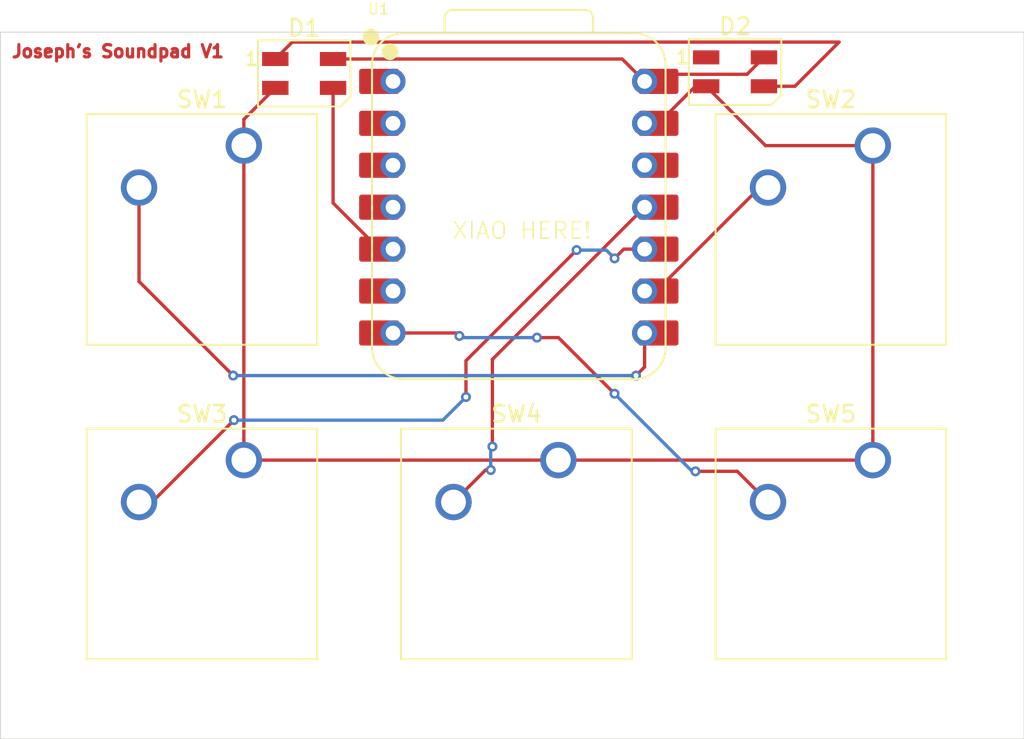
<source format=kicad_pcb>
(kicad_pcb (version 20241229) (generator "pcbnew") (generator_version "9.0")
  (layers (0 "F.Cu" signal) (2 "B.Cu" signal) (13 "F.Paste" user) (15 "B.Paste" user) (5 "F.SilkS" user "F.Silkscreen") (7 "B.SilkS" user "B.Silkscreen") (1 "F.Mask" user) (3 "B.Mask" user) (25 "Edge.Cuts" user))
  (net 0 "")
  (net 1 "+5V")
  (net 2 "GND")
  (net 3 "Net-(D1-DIN)")
  (net 4 "Net-(D1-DOUT)")
  (net 6 "Net-(U1-GPIO1{slash}RX)")
  (net 7 "Net-(U1-GPIO2{slash}SCK)")
  (net 8 "Net-(U1-GPIO4{slash}MISO)")
  (net 9 "Net-(U1-GPIO3{slash}MOSI)")
  (net 10 "Net-(U1-GPIO0{slash}TX)")
  (footprint "Button_Switch_Keyboard:SW_Cherry_MX_1.00u_PCB" (layer "F.Cu") (at 128.74625 52.07)
    (property "Reference" "SW1" (at -2.54 -2.794 0) (layer "F.SilkS"))
    (property "Value" "SW_Push")
    (fp_line (start -9.525 -1.905) (end 4.445 -1.905) (stroke (width 0.12)) (layer "F.SilkS"))
    (fp_line (start -9.525 12.065) (end -9.525 -1.905) (stroke (width 0.12)) (layer "F.SilkS"))
    (fp_line (start 4.445 -1.905) (end 4.445 12.065) (stroke (width 0.12)) (layer "F.SilkS"))
    (fp_line (start 4.445 12.065) (end -9.525 12.065) (stroke (width 0.12)) (layer "F.SilkS"))
    (pad "" np_thru_hole circle (at -7.62 5.08) (size 1.7 1.7) (drill 1.7) (layers "*.Cu" "*.Mask"))
    (pad "" np_thru_hole circle (at -2.54 5.08) (size 4 4) (drill 4) (layers "*.Cu" "*.Mask"))
    (pad "" np_thru_hole circle (at 2.54 5.08) (size 1.7 1.7) (drill 1.7) (layers "*.Cu" "*.Mask"))
    (pad "1" thru_hole circle (at 0 0) (size 2.2 2.2) (drill 1.5) (layers "*.Cu" "*.Mask") (net 2 "GND"))
    (pad "2" thru_hole circle (at -6.35 2.54) (size 2.2 2.2) (drill 1.5) (layers "*.Cu" "*.Mask") (net 6 "Net-(U1-GPIO1{slash}RX)"))
  )
  (footprint "LED_SMD:LED_SK6812MINI_PLCC4_3.5x3.5mm_P1.75mm" (layer "F.Cu") (at 158.5 47.6)
    (property "Reference" "D2" (at 0 -2.75 0) (layer "F.SilkS"))
    (property "Value" "SK6812MINI")
    (fp_line (start -2.8 -2) (end -2.8 2) (stroke (width 0.12)) (layer "F.SilkS"))
    (fp_line (start -2.8 -2) (end 2.8 -2) (stroke (width 0.12)) (layer "F.SilkS"))
    (fp_line (start -2.8 2) (end 2.2 2) (stroke (width 0.12)) (layer "F.SilkS"))
    (fp_line (start 2.8 1.4) (end 2.2 2) (stroke (width 0.12)) (layer "F.SilkS"))
    (fp_line (start 2.8 1.4) (end 2.8 -2) (stroke (width 0.12)) (layer "F.SilkS"))
    (fp_text user "1" (at -3.2 -0.875 0) (layer "F.SilkS") (effects (font (size 0.8 0.8))))
    (pad "1" smd rect (at -1.75 -0.875) (size 1.6 0.85) (layers "F.Cu" "F.Mask" "F.Paste"))
    (pad "2" smd rect (at -1.75 0.875) (size 1.6 0.85) (layers "F.Cu" "F.Mask" "F.Paste") (net 2 "GND"))
    (pad "3" smd rect (at 1.75 0.875) (size 1.6 0.85) (layers "F.Cu" "F.Mask" "F.Paste") (net 4 "Net-(D1-DOUT)"))
    (pad "4" smd rect (at 1.75 -0.875) (size 1.6 0.85) (layers "F.Cu" "F.Mask" "F.Paste") (net 1 "+5V"))
  )
  (footprint "Button_Switch_Keyboard:SW_Cherry_MX_1.00u_PCB" (layer "F.Cu") (at 147.79625 71.12)
    (property "Reference" "SW4" (at -2.54 -2.794 0) (layer "F.SilkS"))
    (property "Value" "SW_Push")
    (fp_line (start -9.525 -1.905) (end 4.445 -1.905) (stroke (width 0.12)) (layer "F.SilkS"))
    (fp_line (start -9.525 12.065) (end -9.525 -1.905) (stroke (width 0.12)) (layer "F.SilkS"))
    (fp_line (start 4.445 -1.905) (end 4.445 12.065) (stroke (width 0.12)) (layer "F.SilkS"))
    (fp_line (start 4.445 12.065) (end -9.525 12.065) (stroke (width 0.12)) (layer "F.SilkS"))
    (pad "" np_thru_hole circle (at -7.62 5.08) (size 1.7 1.7) (drill 1.7) (layers "*.Cu" "*.Mask"))
    (pad "" np_thru_hole circle (at -2.54 5.08) (size 4 4) (drill 4) (layers "*.Cu" "*.Mask"))
    (pad "" np_thru_hole circle (at 2.54 5.08) (size 1.7 1.7) (drill 1.7) (layers "*.Cu" "*.Mask"))
    (pad "1" thru_hole circle (at 0 0) (size 2.2 2.2) (drill 1.5) (layers "*.Cu" "*.Mask") (net 2 "GND"))
    (pad "2" thru_hole circle (at -6.35 2.54) (size 2.2 2.2) (drill 1.5) (layers "*.Cu" "*.Mask") (net 9 "Net-(U1-GPIO3{slash}MOSI)"))
  )
  (footprint "Button_Switch_Keyboard:SW_Cherry_MX_1.00u_PCB" (layer "F.Cu") (at 166.84625 71.12)
    (property "Reference" "SW5" (at -2.54 -2.794 0) (layer "F.SilkS"))
    (property "Value" "SW_Push")
    (fp_line (start -9.525 -1.905) (end 4.445 -1.905) (stroke (width 0.12)) (layer "F.SilkS"))
    (fp_line (start -9.525 12.065) (end -9.525 -1.905) (stroke (width 0.12)) (layer "F.SilkS"))
    (fp_line (start 4.445 -1.905) (end 4.445 12.065) (stroke (width 0.12)) (layer "F.SilkS"))
    (fp_line (start 4.445 12.065) (end -9.525 12.065) (stroke (width 0.12)) (layer "F.SilkS"))
    (pad "" np_thru_hole circle (at -7.62 5.08) (size 1.7 1.7) (drill 1.7) (layers "*.Cu" "*.Mask"))
    (pad "" np_thru_hole circle (at -2.54 5.08) (size 4 4) (drill 4) (layers "*.Cu" "*.Mask"))
    (pad "" np_thru_hole circle (at 2.54 5.08) (size 1.7 1.7) (drill 1.7) (layers "*.Cu" "*.Mask"))
    (pad "1" thru_hole circle (at 0 0) (size 2.2 2.2) (drill 1.5) (layers "*.Cu" "*.Mask") (net 2 "GND"))
    (pad "2" thru_hole circle (at -6.35 2.54) (size 2.2 2.2) (drill 1.5) (layers "*.Cu" "*.Mask") (net 10 "Net-(U1-GPIO0{slash}TX)"))
  )
  (footprint "LED_SMD:LED_SK6812MINI_PLCC4_3.5x3.5mm_P1.75mm" (layer "F.Cu") (at 132.4 47.7)
    (property "Reference" "D1" (at 0 -2.75 0) (layer "F.SilkS"))
    (property "Value" "SK6812MINI")
    (fp_line (start -2.8 -2) (end -2.8 2) (stroke (width 0.12)) (layer "F.SilkS"))
    (fp_line (start -2.8 -2) (end 2.8 -2) (stroke (width 0.12)) (layer "F.SilkS"))
    (fp_line (start -2.8 2) (end 2.2 2) (stroke (width 0.12)) (layer "F.SilkS"))
    (fp_line (start 2.8 1.4) (end 2.2 2) (stroke (width 0.12)) (layer "F.SilkS"))
    (fp_line (start 2.8 1.4) (end 2.8 -2) (stroke (width 0.12)) (layer "F.SilkS"))
    (fp_text user "1" (at -3.2 -0.875 0) (layer "F.SilkS") (effects (font (size 0.8 0.8))))
    (pad "1" smd rect (at -1.75 -0.875) (size 1.6 0.85) (layers "F.Cu" "F.Mask" "F.Paste") (net 4 "Net-(D1-DOUT)"))
    (pad "2" smd rect (at -1.75 0.875) (size 1.6 0.85) (layers "F.Cu" "F.Mask" "F.Paste") (net 2 "GND"))
    (pad "3" smd rect (at 1.75 0.875) (size 1.6 0.85) (layers "F.Cu" "F.Mask" "F.Paste") (net 3 "Net-(D1-DIN)"))
    (pad "4" smd rect (at 1.75 -0.875) (size 1.6 0.85) (layers "F.Cu" "F.Mask" "F.Paste") (net 1 "+5V"))
  )
  (footprint "Button_Switch_Keyboard:SW_Cherry_MX_1.00u_PCB" (layer "F.Cu") (at 128.74625 71.12)
    (property "Reference" "SW3" (at -2.54 -2.794 0) (layer "F.SilkS"))
    (property "Value" "SW_Push")
    (fp_line (start -9.525 -1.905) (end 4.445 -1.905) (stroke (width 0.12)) (layer "F.SilkS"))
    (fp_line (start -9.525 12.065) (end -9.525 -1.905) (stroke (width 0.12)) (layer "F.SilkS"))
    (fp_line (start 4.445 -1.905) (end 4.445 12.065) (stroke (width 0.12)) (layer "F.SilkS"))
    (fp_line (start 4.445 12.065) (end -9.525 12.065) (stroke (width 0.12)) (layer "F.SilkS"))
    (pad "" np_thru_hole circle (at -7.62 5.08) (size 1.7 1.7) (drill 1.7) (layers "*.Cu" "*.Mask"))
    (pad "" np_thru_hole circle (at -2.54 5.08) (size 4 4) (drill 4) (layers "*.Cu" "*.Mask"))
    (pad "" np_thru_hole circle (at 2.54 5.08) (size 1.7 1.7) (drill 1.7) (layers "*.Cu" "*.Mask"))
    (pad "1" thru_hole circle (at 0 0) (size 2.2 2.2) (drill 1.5) (layers "*.Cu" "*.Mask") (net 2 "GND"))
    (pad "2" thru_hole circle (at -6.35 2.54) (size 2.2 2.2) (drill 1.5) (layers "*.Cu" "*.Mask") (net 8 "Net-(U1-GPIO4{slash}MISO)"))
  )
  (footprint "Button_Switch_Keyboard:SW_Cherry_MX_1.00u_PCB" (layer "F.Cu") (at 166.84625 52.07)
    (property "Reference" "SW2" (at -2.54 -2.794 0) (layer "F.SilkS"))
    (property "Value" "SW_Push")
    (fp_line (start -9.525 -1.905) (end 4.445 -1.905) (stroke (width 0.12)) (layer "F.SilkS"))
    (fp_line (start -9.525 12.065) (end -9.525 -1.905) (stroke (width 0.12)) (layer "F.SilkS"))
    (fp_line (start 4.445 -1.905) (end 4.445 12.065) (stroke (width 0.12)) (layer "F.SilkS"))
    (fp_line (start 4.445 12.065) (end -9.525 12.065) (stroke (width 0.12)) (layer "F.SilkS"))
    (pad "" np_thru_hole circle (at -7.62 5.08) (size 1.7 1.7) (drill 1.7) (layers "*.Cu" "*.Mask"))
    (pad "" np_thru_hole circle (at -2.54 5.08) (size 4 4) (drill 4) (layers "*.Cu" "*.Mask"))
    (pad "" np_thru_hole circle (at 2.54 5.08) (size 1.7 1.7) (drill 1.7) (layers "*.Cu" "*.Mask"))
    (pad "1" thru_hole circle (at 0 0) (size 2.2 2.2) (drill 1.5) (layers "*.Cu" "*.Mask") (net 2 "GND"))
    (pad "2" thru_hole circle (at -6.35 2.54) (size 2.2 2.2) (drill 1.5) (layers "*.Cu" "*.Mask") (net 7 "Net-(U1-GPIO2{slash}SCK)"))
  )
  (footprint "OPL:XIAO-RP2040-DIP" (layer "F.Cu") (at 145.4 55.8)
    (property "Reference" "U1" (at -8.5 -12 0) (layer "F.SilkS") (effects (font (size 0.635 0.635) (thickness 0.1016))))
    (property "Value" "XIAO-RP2040-DIP")
    (fp_line (start -8.89 8.509) (end -8.89 -8.636) (stroke (width 0.127)) (layer "F.SilkS"))
    (fp_line (start -6.985 10.414) (end 6.985 10.414) (stroke (width 0.127)) (layer "F.SilkS"))
    (fp_line (start -4.495 -10.541) (end -4.491272 -11.451272) (stroke (width 0.127)) (layer "F.SilkS"))
    (fp_line (start -3.991272 -11.951) (end 4.004 -11.951) (stroke (width 0.127)) (layer "F.SilkS"))
    (fp_line (start 4.504 -11.451) (end 4.504 -10.541) (stroke (width 0.127)) (layer "F.SilkS"))
    (fp_line (start 6.985 -10.541) (end -6.985 -10.541) (stroke (width 0.1)) (layer "F.SilkS"))
    (fp_line (start 6.985 -10.541) (end -6.985 -10.541) (stroke (width 0.127)) (layer "F.SilkS"))
    (fp_line (start 8.89 8.509) (end 8.89 -8.636) (stroke (width 0.127)) (layer "F.SilkS"))
    (fp_arc (start -8.89 -8.636) (mid -8.332038 -9.983038) (end -6.985 -10.541) (stroke (width 0.127)) (layer "F.SilkS"))
    (fp_arc (start -6.985 10.414) (mid -8.332038 9.856038) (end -8.89 8.509) (stroke (width 0.127)) (layer "F.SilkS"))
    (fp_arc (start -4.491272 -11.451272) (mid -4.344728 -11.80464) (end -3.991272 -11.951) (stroke (width 0.127)) (layer "F.SilkS"))
    (fp_arc (start 4.004 -11.951) (mid 4.357553 -11.804553) (end 4.504 -11.451) (stroke (width 0.127)) (layer "F.SilkS"))
    (fp_arc (start 6.985 -10.541) (mid 8.332038 -9.983038) (end 8.89 -8.636) (stroke (width 0.127)) (layer "F.SilkS"))
    (fp_arc (start 8.89 8.509) (mid 8.332038 9.856038) (end 6.985 10.414) (stroke (width 0.127)) (layer "F.SilkS"))
    (fp_circle (center -8.95 -10.3) (end -8.95 -10.554) (stroke (width 0.5)) (fill yes) (layer "F.SilkS"))
    (fp_circle (center -7.807 -9.42) (end -7.807 -9.674) (stroke (width 0.5)) (fill yes) (layer "F.SilkS"))
    (pad "1" smd roundrect (at -8.455 -7.62 180) (size 2.432 1.524) (layers "F.Cu" "F.Mask") (roundrect_rratio 0.1))
    (pad "1" thru_hole circle (at -7.62 -7.62 180) (size 1.524 1.524) (drill 0.889) (layers "*.Cu" "*.Mask"))
    (pad "2" smd roundrect (at -8.455 -5.08 180) (size 2.432 1.524) (layers "F.Cu" "F.Mask") (roundrect_rratio 0.1))
    (pad "2" thru_hole circle (at -7.62 -5.08 180) (size 1.524 1.524) (drill 0.889) (layers "*.Cu" "*.Mask"))
    (pad "3" smd roundrect (at -8.455 -2.54 180) (size 2.432 1.524) (layers "F.Cu" "F.Mask") (roundrect_rratio 0.1))
    (pad "3" thru_hole circle (at -7.62 -2.54 180) (size 1.524 1.524) (drill 0.889) (layers "*.Cu" "*.Mask"))
    (pad "4" smd roundrect (at -8.455 0 180) (size 2.432 1.524) (layers "F.Cu" "F.Mask") (roundrect_rratio 0.1))
    (pad "4" thru_hole circle (at -7.62 0 180) (size 1.524 1.524) (drill 0.889) (layers "*.Cu" "*.Mask"))
    (pad "5" smd roundrect (at -8.455 2.54 180) (size 2.432 1.524) (layers "F.Cu" "F.Mask") (roundrect_rratio 0.1) (net 3 "Net-(D1-DIN)"))
    (pad "5" thru_hole circle (at -7.62 2.54 180) (size 1.524 1.524) (drill 0.889) (layers "*.Cu" "*.Mask") (net 3 "Net-(D1-DIN)"))
    (pad "6" smd roundrect (at -8.455 5.08 180) (size 2.432 1.524) (layers "F.Cu" "F.Mask") (roundrect_rratio 0.1))
    (pad "6" thru_hole circle (at -7.62 5.08 180) (size 1.524 1.524) (drill 0.889) (layers "*.Cu" "*.Mask"))
    (pad "7" smd roundrect (at -8.455 7.62 180) (size 2.432 1.524) (layers "F.Cu" "F.Mask") (roundrect_rratio 0.1) (net 10 "Net-(U1-GPIO0{slash}TX)"))
    (pad "7" thru_hole circle (at -7.62 7.62 180) (size 1.524 1.524) (drill 0.889) (layers "*.Cu" "*.Mask") (net 10 "Net-(U1-GPIO0{slash}TX)"))
    (pad "8" thru_hole circle (at 7.62 7.62) (size 1.524 1.524) (drill 0.889) (layers "*.Cu" "*.Mask") (net 6 "Net-(U1-GPIO1{slash}RX)"))
    (pad "8" smd roundrect (at 8.455 7.62) (size 2.432 1.524) (layers "F.Cu" "F.Mask") (roundrect_rratio 0.1) (net 6 "Net-(U1-GPIO1{slash}RX)"))
    (pad "9" thru_hole circle (at 7.62 5.08) (size 1.524 1.524) (drill 0.889) (layers "*.Cu" "*.Mask") (net 7 "Net-(U1-GPIO2{slash}SCK)"))
    (pad "9" smd roundrect (at 8.455 5.08) (size 2.432 1.524) (layers "F.Cu" "F.Mask") (roundrect_rratio 0.1) (net 7 "Net-(U1-GPIO2{slash}SCK)"))
    (pad "10" thru_hole circle (at 7.62 2.54) (size 1.524 1.524) (drill 0.889) (layers "*.Cu" "*.Mask") (net 8 "Net-(U1-GPIO4{slash}MISO)"))
    (pad "10" smd roundrect (at 8.455 2.54) (size 2.432 1.524) (layers "F.Cu" "F.Mask") (roundrect_rratio 0.1) (net 8 "Net-(U1-GPIO4{slash}MISO)"))
    (pad "11" thru_hole circle (at 7.62 0) (size 1.524 1.524) (drill 0.889) (layers "*.Cu" "*.Mask") (net 9 "Net-(U1-GPIO3{slash}MOSI)"))
    (pad "11" smd roundrect (at 8.455 0) (size 2.432 1.524) (layers "F.Cu" "F.Mask") (roundrect_rratio 0.1) (net 9 "Net-(U1-GPIO3{slash}MOSI)"))
    (pad "12" thru_hole circle (at 7.62 -2.54) (size 1.524 1.524) (drill 0.889) (layers "*.Cu" "*.Mask"))
    (pad "12" smd roundrect (at 8.455 -2.54) (size 2.432 1.524) (layers "F.Cu" "F.Mask") (roundrect_rratio 0.1))
    (pad "13" thru_hole circle (at 7.62 -5.08) (size 1.524 1.524) (drill 0.889) (layers "*.Cu" "*.Mask") (net 2 "GND"))
    (pad "13" smd roundrect (at 8.455 -5.08) (size 2.432 1.524) (layers "F.Cu" "F.Mask") (roundrect_rratio 0.1) (net 2 "GND"))
    (pad "14" thru_hole circle (at 7.62 -7.62) (size 1.524 1.524) (drill 0.889) (layers "*.Cu" "*.Mask") (net 1 "+5V"))
    (pad "14" smd roundrect (at 8.455 -7.62) (size 2.432 1.524) (layers "F.Cu" "F.Mask") (roundrect_rratio 0.1) (net 1 "+5V"))
  )
  (gr_rect (start 114 45.2) (end 176 88) (stroke (width 0.05)) (fill no) (layer "Edge.Cuts"))
  (gr_text "Joseph's Soundpad V1" (at 114.6 46.8 0) (layer "F.Cu") (effects (font (size 0.75 0.75) (thickness 0.1875) (bold yes)) (justify left bottom)))
  (gr_text "XIAO HERE!" (at 141.3 57.8 0) (layer "F.SilkS") (effects (font (size 1 1) (thickness 0.1)) (justify left bottom)))
  (segment (start 159.226 47.749) (end 160.25 46.725) (width 0.2) (layer "F.Cu") (net 1))
  (segment (start 151.665 46.825) (end 134.15 46.825) (width 0.2) (layer "F.Cu") (net 1))
  (segment (start 153.02 48.18) (end 151.665 46.825) (width 0.2) (layer "F.Cu") (net 1))
  (segment (start 153.451 47.749) (end 159.226 47.749) (width 0.2) (layer "F.Cu") (net 1))
  (segment (start 153.02 48.18) (end 153.451 47.749) (width 0.2) (layer "F.Cu") (net 1))
  (segment (start 147.79625 71.12) (end 166.84625 71.12) (width 0.2) (layer "F.Cu") (net 2))
  (segment (start 156.1 48.475) (end 153.855 50.72) (width 0.2) (layer "F.Cu") (net 2))
  (segment (start 166.84625 71.12) (end 166.84625 52.07) (width 0.2) (layer "F.Cu") (net 2))
  (segment (start 128.74625 52.07) (end 128.74625 50.47875) (width 0.2) (layer "F.Cu") (net 2))
  (segment (start 128.74625 50.47875) (end 130.65 48.575) (width 0.2) (layer "F.Cu") (net 2))
  (segment (start 160.345 52.07) (end 156.75 48.475) (width 0.2) (layer "F.Cu") (net 2))
  (segment (start 128.74625 71.12) (end 147.79625 71.12) (width 0.2) (layer "F.Cu") (net 2))
  (segment (start 166.84625 52.07) (end 160.345 52.07) (width 0.2) (layer "F.Cu") (net 2))
  (segment (start 156.75 48.475) (end 156.1 48.475) (width 0.2) (layer "F.Cu") (net 2))
  (segment (start 128.74625 71.12) (end 128.74625 52.07) (width 0.2) (layer "F.Cu") (net 2))
  (segment (start 134.15 55.545) (end 136.945 58.34) (width 0.2) (layer "F.Cu") (net 3))
  (segment (start 134.15 48.575) (end 134.15 55.545) (width 0.2) (layer "F.Cu") (net 3))
  (segment (start 162.125 48.475) (end 160.25 48.475) (width 0.2) (layer "F.Cu") (net 4))
  (segment (start 164.8 45.8) (end 162.125 48.475) (width 0.2) (layer "F.Cu") (net 4))
  (segment (start 131.675 45.8) (end 164.8 45.8) (width 0.2) (layer "F.Cu") (net 4))
  (segment (start 130.65 46.825) (end 131.675 45.8) (width 0.2) (layer "F.Cu") (net 4))
  (segment (start 122.39625 60.29625) (end 128.1 66) (width 0.2) (layer "F.Cu") (net 6))
  (segment (start 153.02 65.48) (end 153.02 63.42) (width 0.2) (layer "F.Cu") (net 6))
  (segment (start 122.39625 54.61) (end 122.39625 60.29625) (width 0.2) (layer "F.Cu") (net 6))
  (segment (start 152.5 66) (end 153.02 65.48) (width 0.2) (layer "F.Cu") (net 6))
  (via (at 152.5 66) (size 0.6) (drill 0.3) (layers "F.Cu" "B.Cu") (net 6))
  (via (at 128.1 66) (size 0.6) (drill 0.3) (layers "F.Cu" "B.Cu") (net 6))
  (segment (start 128.1 66) (end 152.5 66) (width 0.2) (layer "B.Cu") (net 6))
  (segment (start 160.49625 54.61) (end 159.99 54.61) (width 0.2) (layer "F.Cu") (net 7))
  (segment (start 159.99 54.61) (end 153.855 60.745) (width 0.2) (layer "F.Cu") (net 7))
  (segment (start 153.855 60.745) (end 153.855 60.88) (width 0.2) (layer "F.Cu") (net 7))
  (segment (start 122.39625 73.66) (end 123.18625 73.66) (width 0.2) (layer "F.Cu") (net 8))
  (segment (start 142.2 67.3) (end 142.2 65.1) (width 0.2) (layer "F.Cu") (net 8))
  (segment (start 142.2 65.1) (end 148.9 58.4) (width 0.2) (layer "F.Cu") (net 8))
  (segment (start 151.76 58.34) (end 153.02 58.34) (width 0.2) (layer "F.Cu") (net 8))
  (segment (start 151.2 58.9) (end 151.76 58.34) (width 0.2) (layer "F.Cu") (net 8))
  (segment (start 123.18625 73.66) (end 128.14625 68.7) (width 0.2) (layer "F.Cu") (net 8))
  (via (at 148.9 58.4) (size 0.6) (drill 0.3) (layers "F.Cu" "B.Cu") (net 8))
  (via (at 151.2 58.9) (size 0.6) (drill 0.3) (layers "F.Cu" "B.Cu") (net 8))
  (via (at 128.14625 68.7) (size 0.6) (drill 0.3) (layers "F.Cu" "B.Cu") (net 8))
  (via (at 142.2 67.3) (size 0.6) (drill 0.3) (layers "F.Cu" "B.Cu") (net 8))
  (segment (start 150.7 58.4) (end 151.2 58.9) (width 0.2) (layer "B.Cu") (net 8))
  (segment (start 128.14625 68.7) (end 140.8 68.7) (width 0.2) (layer "B.Cu") (net 8))
  (segment (start 148.9 58.4) (end 150.7 58.4) (width 0.2) (layer "B.Cu") (net 8))
  (segment (start 140.8 68.7) (end 142.2 67.3) (width 0.2) (layer "B.Cu") (net 8))
  (segment (start 143.38625 71.72) (end 143.7 71.72) (width 0.2) (layer "F.Cu") (net 9))
  (segment (start 143.8 65.02) (end 153.02 55.8) (width 0.2) (layer "F.Cu") (net 9))
  (segment (start 143.8 70.3) (end 143.8 65.02) (width 0.2) (layer "F.Cu") (net 9))
  (segment (start 141.44625 73.66) (end 143.38625 71.72) (width 0.2) (layer "F.Cu") (net 9))
  (via (at 143.8 70.3) (size 0.6) (drill 0.3) (layers "F.Cu" "B.Cu") (net 9))
  (via (at 143.7 71.72) (size 0.6) (drill 0.3) (layers "F.Cu" "B.Cu") (net 9))
  (segment (start 143.7 70.4) (end 143.8 70.3) (width 0.2) (layer "B.Cu") (net 9))
  (segment (start 143.7 71.72) (end 143.7 70.4) (width 0.2) (layer "B.Cu") (net 9))
  (segment (start 158.63625 71.8) (end 156.1 71.8) (width 0.2) (layer "F.Cu") (net 10))
  (segment (start 160.49625 73.66) (end 158.63625 71.8) (width 0.2) (layer "F.Cu") (net 10))
  (segment (start 141.62 63.42) (end 137.78 63.42) (width 0.2) (layer "F.Cu") (net 10))
  (segment (start 141.8 63.6) (end 141.62 63.42) (width 0.2) (layer "F.Cu") (net 10))
  (segment (start 147.8 63.7) (end 146.5 63.7) (width 0.2) (layer "F.Cu") (net 10))
  (segment (start 151.2 67.1) (end 147.8 63.7) (width 0.2) (layer "F.Cu") (net 10))
  (via (at 156.1 71.8) (size 0.6) (drill 0.3) (layers "F.Cu" "B.Cu") (net 10))
  (via (at 151.2 67.1) (size 0.6) (drill 0.3) (layers "F.Cu" "B.Cu") (net 10))
  (via (at 146.5 63.7) (size 0.6) (drill 0.3) (layers "F.Cu" "B.Cu") (net 10))
  (via (at 141.8 63.6) (size 0.6) (drill 0.3) (layers "F.Cu" "B.Cu") (net 10))
  (segment (start 156.1 71.8) (end 155.9 71.8) (width 0.2) (layer "B.Cu") (net 10))
  (segment (start 141.9 63.7) (end 141.8 63.6) (width 0.2) (layer "B.Cu") (net 10))
  (segment (start 146.5 63.7) (end 141.9 63.7) (width 0.2) (layer "B.Cu") (net 10))
  (segment (start 155.9 71.8) (end 151.2 67.1) (width 0.2) (layer "B.Cu") (net 10))
)
</source>
